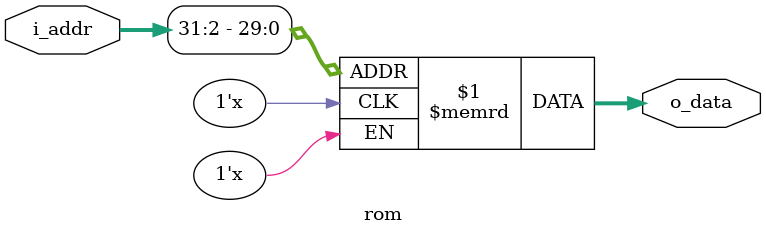
<source format=v>
module rom ( i_addr, o_data );

	parameter MEM_WIDTH = 128;

	input 	[31:0] i_addr;
	output 	[31:0] o_data;

	reg [31:0] memory [0:MEM_WIDTH];

	assign o_data = memory[i_addr[31:2]];

endmodule

</source>
